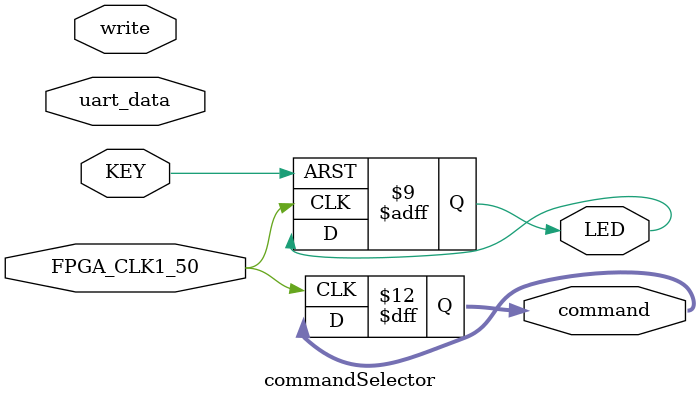
<source format=v>
module commandSelector(
		input FPGA_CLK1_50,
		input KEY,
		input write,
		input uart_data,
		
		output reg LED,
		output reg [7:0] command

);


always@(posedge FPGA_CLK1_50 or negedge KEY)
begin
  if(!KEY)
    LED <= 0;
  else if(KEY & write)
  begin
    case(uart_data)
	 10'h30:command <= 8'd0;
	 10'h31:command <= 8'd1;
	 10'h32:command <= 8'd2;
	 10'h33:command <= 8'd3;
	 10'h34:command <= 8'd4;
	 10'h35:command <= 8'd5;
	 10'h36:command <= 8'd6;
	 10'h37:command <= 8'd7;
	 10'h38:command <= 8'd8;
	 10'h39:command <= 8'd9;
	 default : command <= command;
	 endcase
	 	 
  end
  else
    LED <= LED;
end

endmodule
</source>
